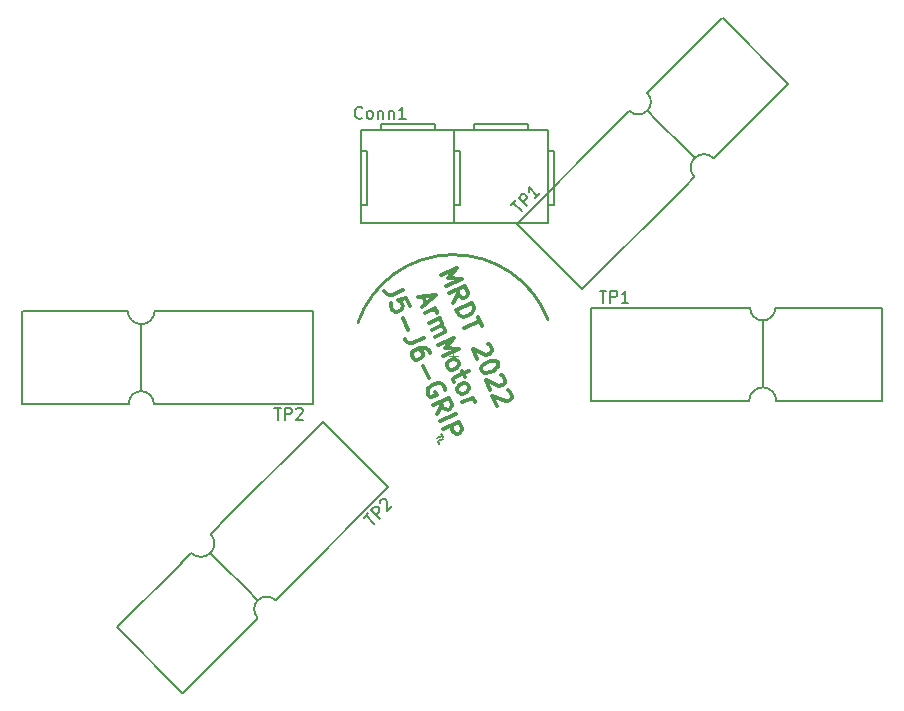
<source format=gbr>
%TF.GenerationSoftware,KiCad,Pcbnew,(5.1.9)-1*%
%TF.CreationDate,2022-03-15T16:17:15-05:00*%
%TF.ProjectId,ArmMotorPCB,41726d4d-6f74-46f7-9250-43422e6b6963,rev?*%
%TF.SameCoordinates,Original*%
%TF.FileFunction,Legend,Top*%
%TF.FilePolarity,Positive*%
%FSLAX46Y46*%
G04 Gerber Fmt 4.6, Leading zero omitted, Abs format (unit mm)*
G04 Created by KiCad (PCBNEW (5.1.9)-1) date 2022-03-15 16:17:15*
%MOMM*%
%LPD*%
G01*
G04 APERTURE LIST*
%ADD10C,0.050800*%
%ADD11C,0.300000*%
%ADD12C,0.254000*%
%ADD13C,0.127000*%
%ADD14C,0.150000*%
G04 APERTURE END LIST*
D10*
X137795000Y-63881000D02*
X137795000Y-63500000D01*
X137795000Y-63119000D02*
X137795000Y-63500000D01*
X137795000Y-63500000D02*
X137414000Y-63500000D01*
D11*
X133536579Y-57929038D02*
X132550324Y-58347679D01*
X132325163Y-58365657D01*
X132137844Y-58289975D01*
X131988365Y-58120633D01*
X131932547Y-57989132D01*
X134094766Y-59244045D02*
X133815673Y-58586542D01*
X133130260Y-58799885D01*
X133223919Y-58837726D01*
X133345489Y-58941318D01*
X133485035Y-59270069D01*
X133475104Y-59429479D01*
X133437263Y-59523139D01*
X133333671Y-59644708D01*
X133004920Y-59784255D01*
X132845510Y-59774323D01*
X132751850Y-59736482D01*
X132630281Y-59632891D01*
X132490734Y-59304139D01*
X132500666Y-59144729D01*
X132538507Y-59051070D01*
X133519105Y-60264371D02*
X133965655Y-61316376D01*
X135266960Y-62005560D02*
X134280704Y-62424200D01*
X134055544Y-62442178D01*
X133868225Y-62366496D01*
X133718746Y-62197155D01*
X133662927Y-62065654D01*
X135797238Y-63254817D02*
X135685600Y-62991815D01*
X135564031Y-62888224D01*
X135470371Y-62850383D01*
X135217302Y-62802610D01*
X134926391Y-62848497D01*
X134400388Y-63071772D01*
X134296797Y-63193341D01*
X134258956Y-63287001D01*
X134249024Y-63446411D01*
X134360662Y-63709413D01*
X134482231Y-63813004D01*
X134575890Y-63850845D01*
X134735300Y-63860776D01*
X135064052Y-63721230D01*
X135167644Y-63599661D01*
X135205484Y-63506001D01*
X135215416Y-63346591D01*
X135103779Y-63083589D01*
X134982210Y-62979998D01*
X134888550Y-62942157D01*
X134729140Y-62932225D01*
X135249486Y-64340892D02*
X135696036Y-65392898D01*
X137071137Y-66438743D02*
X137081068Y-66279332D01*
X136997340Y-66082081D01*
X136847862Y-65912740D01*
X136660542Y-65837058D01*
X136501132Y-65827126D01*
X136210222Y-65873013D01*
X136012971Y-65956741D01*
X135777879Y-66134129D01*
X135674287Y-66255698D01*
X135598605Y-66443018D01*
X135616583Y-66668178D01*
X135672402Y-66799679D01*
X135821880Y-66969021D01*
X135915540Y-67006861D01*
X136375792Y-66811496D01*
X136264155Y-66548495D01*
X136370136Y-68443437D02*
X136832274Y-67704091D01*
X136035224Y-67654433D02*
X137415981Y-67068337D01*
X137639256Y-67594339D01*
X137629324Y-67753749D01*
X137591483Y-67847409D01*
X137487892Y-67968978D01*
X137290641Y-68052706D01*
X137131231Y-68042775D01*
X137037571Y-68004934D01*
X136916002Y-67901342D01*
X136692727Y-67375340D01*
X136621320Y-69035191D02*
X138002078Y-68449094D01*
X136900414Y-69692694D02*
X138281171Y-69106597D01*
X138504446Y-69632600D01*
X138494515Y-69792010D01*
X138456674Y-69885670D01*
X138353082Y-70007239D01*
X138155831Y-70090967D01*
X137996421Y-70081035D01*
X137902761Y-70043195D01*
X137781192Y-69939603D01*
X137557917Y-69413600D01*
D10*
X138176000Y-63500000D02*
X137795000Y-63500000D01*
D12*
X129711496Y-60678078D02*
G75*
G02*
X145795999Y-60452000I8083504J-2821922D01*
G01*
D13*
X136771022Y-70116924D02*
X136884445Y-70384133D01*
X136360117Y-70449020D02*
X136827733Y-70250528D01*
X136577512Y-70961171D02*
X136482993Y-70738497D01*
X136950609Y-70540005D01*
D11*
X136742934Y-56632661D02*
X138123692Y-56046565D01*
X137332802Y-56925458D01*
X138514423Y-56967070D01*
X137133666Y-57553166D01*
X137747672Y-58999674D02*
X138209810Y-58260328D01*
X137412759Y-58210670D02*
X138793517Y-57624573D01*
X139016791Y-58150576D01*
X139006860Y-58309986D01*
X138969019Y-58403646D01*
X138865428Y-58525215D01*
X138668176Y-58608943D01*
X138508766Y-58599011D01*
X138415107Y-58561170D01*
X138293538Y-58457579D01*
X138070263Y-57931576D01*
X137998856Y-59591427D02*
X139379613Y-59005330D01*
X139519160Y-59334082D01*
X139537138Y-59559242D01*
X139461456Y-59746562D01*
X139357864Y-59868131D01*
X139122772Y-60045519D01*
X138925521Y-60129247D01*
X138634611Y-60175134D01*
X138475201Y-60165202D01*
X138287881Y-60089520D01*
X138138403Y-59920179D01*
X137998856Y-59591427D01*
X139881982Y-60188837D02*
X140216894Y-60977841D01*
X138668681Y-61169435D02*
X140049438Y-60583339D01*
X140699400Y-62480167D02*
X140793059Y-62518008D01*
X140914628Y-62621599D01*
X141054175Y-62950351D01*
X141044244Y-63109761D01*
X141006403Y-63203421D01*
X140902811Y-63324990D01*
X140771311Y-63380809D01*
X140546150Y-63398786D01*
X139422234Y-62944695D01*
X139785055Y-63799449D01*
X141528634Y-64068107D02*
X141584453Y-64199608D01*
X141574522Y-64359018D01*
X141536681Y-64452677D01*
X141433089Y-64574247D01*
X141197997Y-64751634D01*
X140869245Y-64891181D01*
X140578335Y-64937068D01*
X140418925Y-64927137D01*
X140325265Y-64889296D01*
X140203696Y-64785704D01*
X140147877Y-64654204D01*
X140157809Y-64494794D01*
X140195650Y-64401134D01*
X140299241Y-64279565D01*
X140534333Y-64102177D01*
X140863085Y-63962630D01*
X141153996Y-63916743D01*
X141313406Y-63926675D01*
X141407065Y-63964516D01*
X141528634Y-64068107D01*
X141815774Y-65110181D02*
X141909434Y-65148022D01*
X142031003Y-65251613D01*
X142170550Y-65580365D01*
X142160618Y-65739775D01*
X142122777Y-65833435D01*
X142019186Y-65955004D01*
X141887685Y-66010823D01*
X141662525Y-66028800D01*
X140538608Y-65574709D01*
X140901430Y-66429463D01*
X142373962Y-66425188D02*
X142467621Y-66463029D01*
X142589190Y-66566620D01*
X142728737Y-66895372D01*
X142718806Y-67054782D01*
X142680965Y-67148442D01*
X142577373Y-67270011D01*
X142445873Y-67325829D01*
X142220712Y-67343807D01*
X141096796Y-66889715D01*
X141459617Y-67744470D01*
X135208790Y-58447824D02*
X135487884Y-59105328D01*
X134758469Y-58483780D02*
X136334592Y-58357936D01*
X135149200Y-59404285D01*
X135344566Y-59864537D02*
X136265071Y-59473806D01*
X136002069Y-59585443D02*
X136161479Y-59595375D01*
X136255139Y-59633216D01*
X136376708Y-59736807D01*
X136432527Y-59868308D01*
X135707388Y-60719292D02*
X136627893Y-60328561D01*
X136496392Y-60384379D02*
X136590052Y-60422220D01*
X136711621Y-60525812D01*
X136795349Y-60723063D01*
X136785417Y-60882473D01*
X136681826Y-61004042D01*
X135958572Y-61311045D01*
X136681826Y-61004042D02*
X136841236Y-61013973D01*
X136962805Y-61117565D01*
X137046533Y-61314816D01*
X137036601Y-61474226D01*
X136933010Y-61595795D01*
X136209756Y-61902798D01*
X136488850Y-62560301D02*
X137869607Y-61974205D01*
X137078718Y-62853098D01*
X138260338Y-62894710D01*
X136879581Y-63480806D01*
X137242403Y-64335561D02*
X137252334Y-64176151D01*
X137290175Y-64082491D01*
X137393767Y-63960922D01*
X137788269Y-63793466D01*
X137947679Y-63803397D01*
X138041339Y-63841238D01*
X138162908Y-63944830D01*
X138246636Y-64142081D01*
X138236704Y-64301491D01*
X138198863Y-64395150D01*
X138095272Y-64516719D01*
X137700770Y-64684176D01*
X137541360Y-64674244D01*
X137447700Y-64636403D01*
X137326131Y-64532812D01*
X137242403Y-64335561D01*
X138525729Y-64799584D02*
X138749004Y-65325587D01*
X139069710Y-64801470D02*
X137886204Y-65303838D01*
X137782612Y-65425407D01*
X137772681Y-65584817D01*
X137828499Y-65716318D01*
X138107593Y-66373821D02*
X138117525Y-66214411D01*
X138155366Y-66120752D01*
X138258957Y-65999183D01*
X138653459Y-65831726D01*
X138812869Y-65841658D01*
X138906529Y-65879499D01*
X139028098Y-65983090D01*
X139111826Y-66180341D01*
X139101894Y-66339751D01*
X139064054Y-66433411D01*
X138960462Y-66554980D01*
X138565960Y-66722436D01*
X138406550Y-66712505D01*
X138312890Y-66674664D01*
X138191321Y-66571073D01*
X138107593Y-66373821D01*
X138554143Y-67425827D02*
X139474648Y-67035096D01*
X139211646Y-67146733D02*
X139371057Y-67156665D01*
X139464716Y-67194506D01*
X139586285Y-67298097D01*
X139642104Y-67429598D01*
D14*
%TO.C,TP1*%
X157399886Y-49189885D02*
X148706998Y-57882773D01*
X155065019Y-43622126D02*
X154256796Y-42813903D01*
X158208109Y-46765215D02*
X157381925Y-45939032D01*
X157417846Y-49171924D02*
X158190148Y-48399622D01*
X166110734Y-40479036D02*
X160632778Y-45956992D01*
X143139239Y-52315014D02*
X148706998Y-57882773D01*
X166128695Y-40461076D02*
X160578897Y-34911277D01*
X159824555Y-46765215D02*
X160686660Y-45903111D01*
X151832127Y-43622126D02*
X143139239Y-52315014D01*
X155065019Y-43622126D02*
X157381925Y-45939032D01*
X160560936Y-34893317D02*
X154202915Y-41251338D01*
X152694232Y-42760021D02*
X151832127Y-43622126D01*
X159824555Y-46765215D02*
G75*
G03*
X158208109Y-46765215I-808223J-808223D01*
G01*
X152694232Y-42760022D02*
G75*
G03*
X154202915Y-42760021I754341J754342D01*
G01*
X158208108Y-46765215D02*
G75*
G03*
X158208109Y-48381662I808224J-808223D01*
G01*
X154166994Y-42795943D02*
G75*
G03*
X154238836Y-41287259I-718421J790263D01*
G01*
%TO.C,TP2*%
X118031574Y-77770575D02*
X126724462Y-69077687D01*
X120366441Y-83338334D02*
X121174664Y-84146557D01*
X117223351Y-80195245D02*
X118049535Y-81021428D01*
X118013614Y-77788536D02*
X117241312Y-78560838D01*
X109320726Y-86481424D02*
X114798682Y-81003468D01*
X132292221Y-74645446D02*
X126724462Y-69077687D01*
X109302765Y-86499384D02*
X114852563Y-92049183D01*
X115606905Y-80195245D02*
X114744800Y-81057349D01*
X123599333Y-83338334D02*
X132292221Y-74645446D01*
X120366441Y-83338334D02*
X118049535Y-81021428D01*
X114870524Y-92067143D02*
X121228545Y-85709122D01*
X122737228Y-84200439D02*
X123599333Y-83338334D01*
X115606905Y-80195245D02*
G75*
G03*
X117223351Y-80195245I808223J808223D01*
G01*
X122737228Y-84200438D02*
G75*
G03*
X121228545Y-84200439I-754341J-754342D01*
G01*
X117223352Y-80195245D02*
G75*
G03*
X117223351Y-78578798I-808224J808223D01*
G01*
X121264466Y-84164517D02*
G75*
G03*
X121192624Y-85673201I718421J-790263D01*
G01*
X113644400Y-59686000D02*
X125938000Y-59686000D01*
X111358400Y-65274000D02*
X111358400Y-66417000D01*
X111358400Y-60829000D02*
X111358400Y-61997400D01*
X113619000Y-59686000D02*
X112526800Y-59686000D01*
X101325400Y-59686000D02*
X109072400Y-59686000D01*
X125938000Y-67560000D02*
X125938000Y-59686000D01*
X101300000Y-59686000D02*
X101300000Y-67534600D01*
X110215400Y-59686000D02*
X108996200Y-59686000D01*
X113644400Y-67560000D02*
X125938000Y-67560000D01*
X111358400Y-65274000D02*
X111358400Y-61997400D01*
X101300000Y-67560000D02*
X110291600Y-67560000D01*
X112425200Y-67560000D02*
X113644400Y-67560000D01*
X111409200Y-66493200D02*
G75*
G03*
X110291600Y-67509200I-50800J-1066800D01*
G01*
X111358400Y-60829000D02*
G75*
G03*
X112501400Y-59686000I0J1143000D01*
G01*
X112425200Y-67560000D02*
G75*
G03*
X111358400Y-66493200I-1066800J0D01*
G01*
X110215400Y-59686000D02*
G75*
G03*
X111358400Y-60829000I1143000J0D01*
G01*
%TO.C,TP1*%
X161691600Y-67314000D02*
X149398000Y-67314000D01*
X163977600Y-61726000D02*
X163977600Y-60583000D01*
X163977600Y-66171000D02*
X163977600Y-65002600D01*
X161717000Y-67314000D02*
X162809200Y-67314000D01*
X174010600Y-67314000D02*
X166263600Y-67314000D01*
X149398000Y-59440000D02*
X149398000Y-67314000D01*
X174036000Y-67314000D02*
X174036000Y-59465400D01*
X165120600Y-67314000D02*
X166339800Y-67314000D01*
X161691600Y-59440000D02*
X149398000Y-59440000D01*
X163977600Y-61726000D02*
X163977600Y-65002600D01*
X174036000Y-59440000D02*
X165044400Y-59440000D01*
X162910800Y-59440000D02*
X161691600Y-59440000D01*
X163926800Y-60506800D02*
G75*
G03*
X165044400Y-59490800I50800J1066800D01*
G01*
X163977600Y-66171000D02*
G75*
G03*
X162834600Y-67314000I0J-1143000D01*
G01*
X162910800Y-59440000D02*
G75*
G03*
X163977600Y-60506800I1066800J0D01*
G01*
X165120600Y-67314000D02*
G75*
G03*
X163977600Y-66171000I-1143000J0D01*
G01*
%TO.C,Conn1*%
X137882000Y-44350000D02*
X137882000Y-52250000D01*
X139559000Y-43842000D02*
X139559000Y-44350000D01*
X137882000Y-52250000D02*
X145782000Y-52250000D01*
X129982000Y-50700000D02*
X130490000Y-50700000D01*
X136254000Y-43842000D02*
X131682000Y-43842000D01*
X145782000Y-44350000D02*
X145782000Y-52250000D01*
X138390600Y-50700000D02*
X138390600Y-46128000D01*
X129982000Y-52250000D02*
X137882000Y-52250000D01*
X137882600Y-50700000D02*
X138390600Y-50700000D01*
X144131000Y-44350000D02*
X144131000Y-43842000D01*
X130490000Y-46128000D02*
X129982000Y-46128000D01*
X146290000Y-46128000D02*
X145782000Y-46128000D01*
X144131000Y-43842000D02*
X139559000Y-43842000D01*
X131682000Y-43842000D02*
X131682000Y-44350000D01*
X138390600Y-46128000D02*
X137882600Y-46128000D01*
X146290000Y-50700000D02*
X146290000Y-46128000D01*
X136254000Y-44350000D02*
X136254000Y-43842000D01*
X137882000Y-44350000D02*
X145782000Y-44350000D01*
X145782000Y-50700000D02*
X146290000Y-50700000D01*
X129982000Y-44350000D02*
X129982000Y-52250000D01*
X129982000Y-44350000D02*
X137882000Y-44350000D01*
X130490000Y-50700000D02*
X130490000Y-46128000D01*
%TO.C,TP1*%
X142675713Y-50745438D02*
X143079774Y-50341377D01*
X143584850Y-51250514D02*
X142877743Y-50543407D01*
X144022583Y-50812781D02*
X143315476Y-50105674D01*
X143584850Y-49836300D01*
X143685865Y-49802629D01*
X143753209Y-49802629D01*
X143854224Y-49836300D01*
X143955240Y-49937316D01*
X143988911Y-50038331D01*
X143988911Y-50105674D01*
X143955240Y-50206690D01*
X143685865Y-50476064D01*
X145100079Y-49735285D02*
X144696018Y-50139346D01*
X144898049Y-49937316D02*
X144190942Y-49230209D01*
X144224614Y-49398568D01*
X144224614Y-49533255D01*
X144190942Y-49634270D01*
%TO.C,TP2*%
X130196693Y-77225174D02*
X130600754Y-76821113D01*
X131105830Y-77730250D02*
X130398723Y-77023143D01*
X131543563Y-77292517D02*
X130836456Y-76585410D01*
X131105830Y-76316036D01*
X131206845Y-76282365D01*
X131274189Y-76282365D01*
X131375204Y-76316036D01*
X131476220Y-76417052D01*
X131509891Y-76518067D01*
X131509891Y-76585410D01*
X131476220Y-76686426D01*
X131206845Y-76955800D01*
X131577235Y-75979319D02*
X131577235Y-75911975D01*
X131610907Y-75810960D01*
X131779265Y-75642601D01*
X131880281Y-75608930D01*
X131947624Y-75608930D01*
X132048639Y-75642601D01*
X132115983Y-75709945D01*
X132183326Y-75844632D01*
X132183326Y-76652754D01*
X132621059Y-76215021D01*
X122632095Y-67902380D02*
X123203523Y-67902380D01*
X122917809Y-68902380D02*
X122917809Y-67902380D01*
X123536857Y-68902380D02*
X123536857Y-67902380D01*
X123917809Y-67902380D01*
X124013047Y-67950000D01*
X124060666Y-67997619D01*
X124108285Y-68092857D01*
X124108285Y-68235714D01*
X124060666Y-68330952D01*
X124013047Y-68378571D01*
X123917809Y-68426190D01*
X123536857Y-68426190D01*
X124489238Y-67997619D02*
X124536857Y-67950000D01*
X124632095Y-67902380D01*
X124870190Y-67902380D01*
X124965428Y-67950000D01*
X125013047Y-67997619D01*
X125060666Y-68092857D01*
X125060666Y-68188095D01*
X125013047Y-68330952D01*
X124441619Y-68902380D01*
X125060666Y-68902380D01*
%TO.C,TP1*%
X150180095Y-58002380D02*
X150751523Y-58002380D01*
X150465809Y-59002380D02*
X150465809Y-58002380D01*
X151084857Y-59002380D02*
X151084857Y-58002380D01*
X151465809Y-58002380D01*
X151561047Y-58050000D01*
X151608666Y-58097619D01*
X151656285Y-58192857D01*
X151656285Y-58335714D01*
X151608666Y-58430952D01*
X151561047Y-58478571D01*
X151465809Y-58526190D01*
X151084857Y-58526190D01*
X152608666Y-59002380D02*
X152037238Y-59002380D01*
X152322952Y-59002380D02*
X152322952Y-58002380D01*
X152227714Y-58145238D01*
X152132476Y-58240476D01*
X152037238Y-58288095D01*
%TO.C,Conn1*%
X130071190Y-43333142D02*
X130023571Y-43380761D01*
X129880714Y-43428380D01*
X129785476Y-43428380D01*
X129642619Y-43380761D01*
X129547380Y-43285523D01*
X129499761Y-43190285D01*
X129452142Y-42999809D01*
X129452142Y-42856952D01*
X129499761Y-42666476D01*
X129547380Y-42571238D01*
X129642619Y-42476000D01*
X129785476Y-42428380D01*
X129880714Y-42428380D01*
X130023571Y-42476000D01*
X130071190Y-42523619D01*
X130642619Y-43428380D02*
X130547380Y-43380761D01*
X130499761Y-43333142D01*
X130452142Y-43237904D01*
X130452142Y-42952190D01*
X130499761Y-42856952D01*
X130547380Y-42809333D01*
X130642619Y-42761714D01*
X130785476Y-42761714D01*
X130880714Y-42809333D01*
X130928333Y-42856952D01*
X130975952Y-42952190D01*
X130975952Y-43237904D01*
X130928333Y-43333142D01*
X130880714Y-43380761D01*
X130785476Y-43428380D01*
X130642619Y-43428380D01*
X131404523Y-42761714D02*
X131404523Y-43428380D01*
X131404523Y-42856952D02*
X131452142Y-42809333D01*
X131547380Y-42761714D01*
X131690238Y-42761714D01*
X131785476Y-42809333D01*
X131833095Y-42904571D01*
X131833095Y-43428380D01*
X132309285Y-42761714D02*
X132309285Y-43428380D01*
X132309285Y-42856952D02*
X132356904Y-42809333D01*
X132452142Y-42761714D01*
X132595000Y-42761714D01*
X132690238Y-42809333D01*
X132737857Y-42904571D01*
X132737857Y-43428380D01*
X133737857Y-43428380D02*
X133166428Y-43428380D01*
X133452142Y-43428380D02*
X133452142Y-42428380D01*
X133356904Y-42571238D01*
X133261666Y-42666476D01*
X133166428Y-42714095D01*
%TD*%
M02*

</source>
